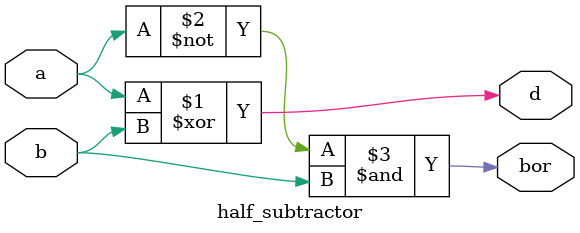
<source format=v>
module half_subtractor(output d,bor, input a,b);
assign d = a^b;
assign bor= (~a) & b;
endmodule

</source>
